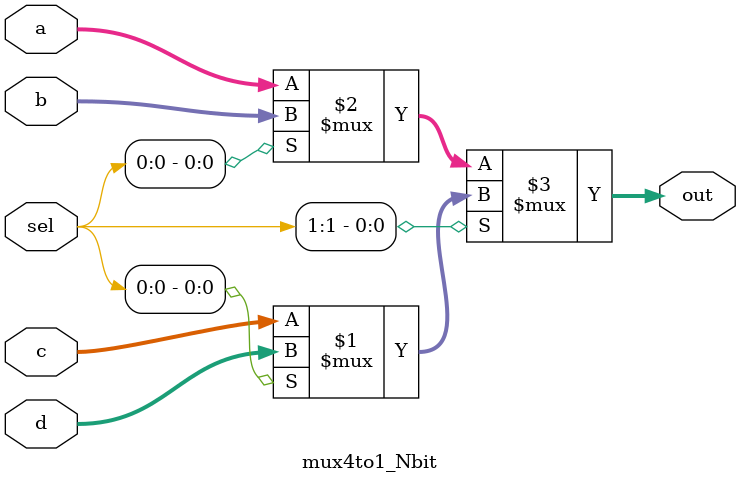
<source format=v>
`timescale 1ns / 1ps


module mux4to1_Nbit #(parameter N = 4) (
    output [N-1:0] out,
    input [N-1:0] a,
    input [N-1:0] b,
    input [N-1:0] c,
    input [N-1:0] d,
    input [N-1:0] sel
    );
    
    assign out = sel[1] ? (sel[0] ? d : c) : (sel[0] ? b : a);
endmodule

</source>
